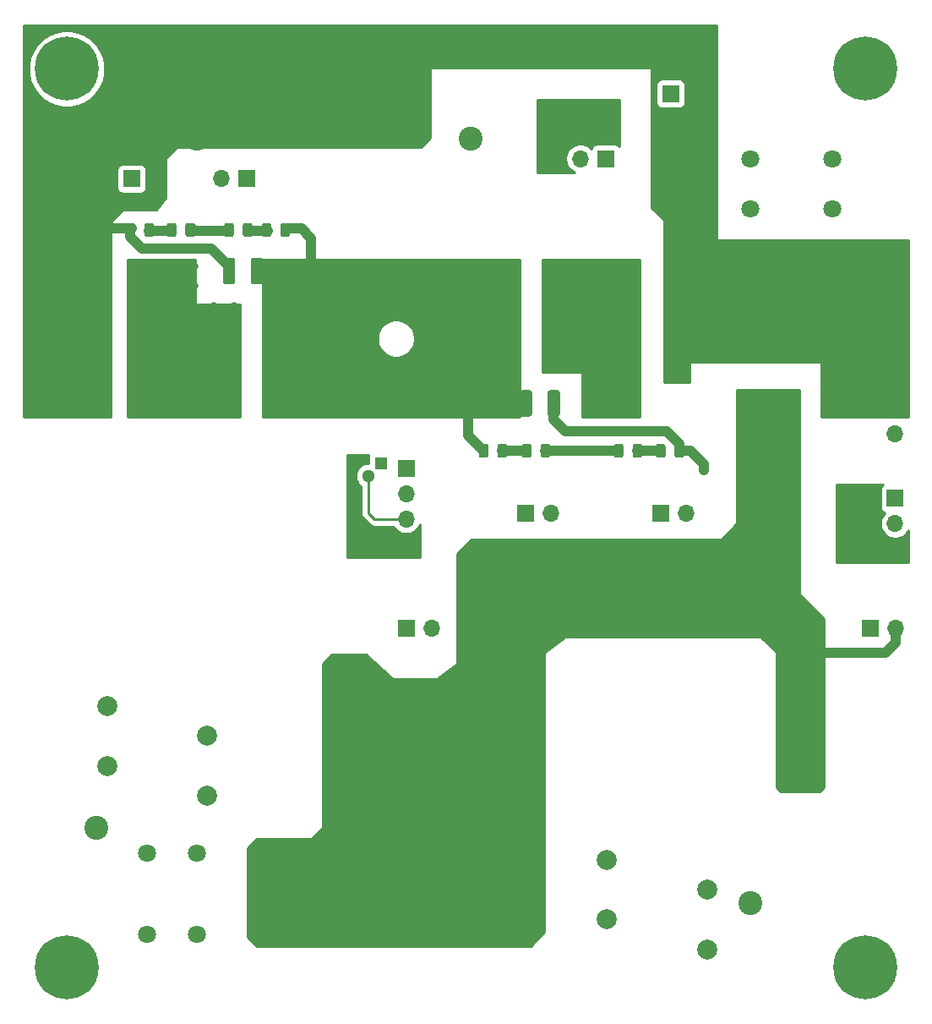
<source format=gbl>
G04 #@! TF.GenerationSoftware,KiCad,Pcbnew,5.1.6-c6e7f7d~86~ubuntu20.04.1*
G04 #@! TF.CreationDate,2020-09-04T11:15:15+02:00*
G04 #@! TF.ProjectId,Power,506f7765-722e-46b6-9963-61645f706362,rev?*
G04 #@! TF.SameCoordinates,Original*
G04 #@! TF.FileFunction,Copper,L2,Bot*
G04 #@! TF.FilePolarity,Positive*
%FSLAX46Y46*%
G04 Gerber Fmt 4.6, Leading zero omitted, Abs format (unit mm)*
G04 Created by KiCad (PCBNEW 5.1.6-c6e7f7d~86~ubuntu20.04.1) date 2020-09-04 11:15:15*
%MOMM*%
%LPD*%
G01*
G04 APERTURE LIST*
G04 #@! TA.AperFunction,ComponentPad*
%ADD10C,2.400000*%
G04 #@! TD*
G04 #@! TA.AperFunction,ComponentPad*
%ADD11O,1.700000X1.700000*%
G04 #@! TD*
G04 #@! TA.AperFunction,ComponentPad*
%ADD12R,1.700000X1.700000*%
G04 #@! TD*
G04 #@! TA.AperFunction,ComponentPad*
%ADD13C,2.000000*%
G04 #@! TD*
G04 #@! TA.AperFunction,ComponentPad*
%ADD14C,0.800000*%
G04 #@! TD*
G04 #@! TA.AperFunction,ComponentPad*
%ADD15C,6.400000*%
G04 #@! TD*
G04 #@! TA.AperFunction,ComponentPad*
%ADD16C,1.803400*%
G04 #@! TD*
G04 #@! TA.AperFunction,ComponentPad*
%ADD17R,1.300000X1.300000*%
G04 #@! TD*
G04 #@! TA.AperFunction,ComponentPad*
%ADD18C,1.300000*%
G04 #@! TD*
G04 #@! TA.AperFunction,ViaPad*
%ADD19C,0.800000*%
G04 #@! TD*
G04 #@! TA.AperFunction,Conductor*
%ADD20C,1.000000*%
G04 #@! TD*
G04 #@! TA.AperFunction,Conductor*
%ADD21C,0.250000*%
G04 #@! TD*
G04 #@! TA.AperFunction,Conductor*
%ADD22C,0.254000*%
G04 #@! TD*
G04 APERTURE END LIST*
D10*
X115500000Y-130500000D03*
X88000000Y-130500000D03*
X50000000Y-123000000D03*
X77500000Y-123000000D03*
X87500000Y-54000000D03*
X60000000Y-54000000D03*
D11*
X54500000Y-47040000D03*
D12*
X54500000Y-44500000D03*
D11*
X83540000Y-103000000D03*
D12*
X81000000Y-103000000D03*
X130000000Y-90000000D03*
D11*
X130040000Y-103000000D03*
D12*
X127500000Y-103000000D03*
D11*
X130000000Y-92540000D03*
X130000000Y-95080000D03*
D12*
X81000000Y-87000000D03*
D11*
X81000000Y-89540000D03*
X81000000Y-92080000D03*
X81000000Y-94620000D03*
X130000000Y-83540000D03*
D12*
X130000000Y-81000000D03*
D11*
X62460000Y-58000000D03*
D12*
X65000000Y-58000000D03*
D11*
X50960000Y-58000000D03*
D12*
X53500000Y-58000000D03*
D11*
X95540000Y-91500000D03*
D12*
X93000000Y-91500000D03*
D11*
X109040000Y-91500000D03*
D12*
X106500000Y-91500000D03*
X107500000Y-49500000D03*
D11*
X107500000Y-52040000D03*
X95920000Y-56000000D03*
D12*
X101000000Y-56000000D03*
D11*
X98460000Y-56000000D03*
G04 #@! TA.AperFunction,SMDPad,CuDef*
G36*
G01*
X63875000Y-66175000D02*
X63875000Y-68325000D01*
G75*
G02*
X63625000Y-68575000I-250000J0D01*
G01*
X62875000Y-68575000D01*
G75*
G02*
X62625000Y-68325000I0J250000D01*
G01*
X62625000Y-66175000D01*
G75*
G02*
X62875000Y-65925000I250000J0D01*
G01*
X63625000Y-65925000D01*
G75*
G02*
X63875000Y-66175000I0J-250000D01*
G01*
G37*
G04 #@! TD.AperFunction*
G04 #@! TA.AperFunction,SMDPad,CuDef*
G36*
G01*
X66675000Y-66175000D02*
X66675000Y-68325000D01*
G75*
G02*
X66425000Y-68575000I-250000J0D01*
G01*
X65675000Y-68575000D01*
G75*
G02*
X65425000Y-68325000I0J250000D01*
G01*
X65425000Y-66175000D01*
G75*
G02*
X65675000Y-65925000I250000J0D01*
G01*
X66425000Y-65925000D01*
G75*
G02*
X66675000Y-66175000I0J-250000D01*
G01*
G37*
G04 #@! TD.AperFunction*
G04 #@! TA.AperFunction,SMDPad,CuDef*
G36*
G01*
X95175000Y-81575000D02*
X95175000Y-79425000D01*
G75*
G02*
X95425000Y-79175000I250000J0D01*
G01*
X96175000Y-79175000D01*
G75*
G02*
X96425000Y-79425000I0J-250000D01*
G01*
X96425000Y-81575000D01*
G75*
G02*
X96175000Y-81825000I-250000J0D01*
G01*
X95425000Y-81825000D01*
G75*
G02*
X95175000Y-81575000I0J250000D01*
G01*
G37*
G04 #@! TD.AperFunction*
G04 #@! TA.AperFunction,SMDPad,CuDef*
G36*
G01*
X92375000Y-81575000D02*
X92375000Y-79425000D01*
G75*
G02*
X92625000Y-79175000I250000J0D01*
G01*
X93375000Y-79175000D01*
G75*
G02*
X93625000Y-79425000I0J-250000D01*
G01*
X93625000Y-81575000D01*
G75*
G02*
X93375000Y-81825000I-250000J0D01*
G01*
X92625000Y-81825000D01*
G75*
G02*
X92375000Y-81575000I0J250000D01*
G01*
G37*
G04 #@! TD.AperFunction*
G04 #@! TA.AperFunction,SMDPad,CuDef*
G36*
G01*
X63737500Y-62678750D02*
X63737500Y-63591250D01*
G75*
G02*
X63493750Y-63835000I-243750J0D01*
G01*
X63006250Y-63835000D01*
G75*
G02*
X62762500Y-63591250I0J243750D01*
G01*
X62762500Y-62678750D01*
G75*
G02*
X63006250Y-62435000I243750J0D01*
G01*
X63493750Y-62435000D01*
G75*
G02*
X63737500Y-62678750I0J-243750D01*
G01*
G37*
G04 #@! TD.AperFunction*
G04 #@! TA.AperFunction,SMDPad,CuDef*
G36*
G01*
X65612500Y-62678750D02*
X65612500Y-63591250D01*
G75*
G02*
X65368750Y-63835000I-243750J0D01*
G01*
X64881250Y-63835000D01*
G75*
G02*
X64637500Y-63591250I0J243750D01*
G01*
X64637500Y-62678750D01*
G75*
G02*
X64881250Y-62435000I243750J0D01*
G01*
X65368750Y-62435000D01*
G75*
G02*
X65612500Y-62678750I0J-243750D01*
G01*
G37*
G04 #@! TD.AperFunction*
G04 #@! TA.AperFunction,SMDPad,CuDef*
G36*
G01*
X94470000Y-85706250D02*
X94470000Y-84793750D01*
G75*
G02*
X94713750Y-84550000I243750J0D01*
G01*
X95201250Y-84550000D01*
G75*
G02*
X95445000Y-84793750I0J-243750D01*
G01*
X95445000Y-85706250D01*
G75*
G02*
X95201250Y-85950000I-243750J0D01*
G01*
X94713750Y-85950000D01*
G75*
G02*
X94470000Y-85706250I0J243750D01*
G01*
G37*
G04 #@! TD.AperFunction*
G04 #@! TA.AperFunction,SMDPad,CuDef*
G36*
G01*
X92595000Y-85706250D02*
X92595000Y-84793750D01*
G75*
G02*
X92838750Y-84550000I243750J0D01*
G01*
X93326250Y-84550000D01*
G75*
G02*
X93570000Y-84793750I0J-243750D01*
G01*
X93570000Y-85706250D01*
G75*
G02*
X93326250Y-85950000I-243750J0D01*
G01*
X92838750Y-85950000D01*
G75*
G02*
X92595000Y-85706250I0J243750D01*
G01*
G37*
G04 #@! TD.AperFunction*
G04 #@! TA.AperFunction,SMDPad,CuDef*
G36*
G01*
X53875000Y-62678750D02*
X53875000Y-63591250D01*
G75*
G02*
X53631250Y-63835000I-243750J0D01*
G01*
X53143750Y-63835000D01*
G75*
G02*
X52900000Y-63591250I0J243750D01*
G01*
X52900000Y-62678750D01*
G75*
G02*
X53143750Y-62435000I243750J0D01*
G01*
X53631250Y-62435000D01*
G75*
G02*
X53875000Y-62678750I0J-243750D01*
G01*
G37*
G04 #@! TD.AperFunction*
G04 #@! TA.AperFunction,SMDPad,CuDef*
G36*
G01*
X55750000Y-62678750D02*
X55750000Y-63591250D01*
G75*
G02*
X55506250Y-63835000I-243750J0D01*
G01*
X55018750Y-63835000D01*
G75*
G02*
X54775000Y-63591250I0J243750D01*
G01*
X54775000Y-62678750D01*
G75*
G02*
X55018750Y-62435000I243750J0D01*
G01*
X55506250Y-62435000D01*
G75*
G02*
X55750000Y-62678750I0J-243750D01*
G01*
G37*
G04 #@! TD.AperFunction*
G04 #@! TA.AperFunction,SMDPad,CuDef*
G36*
G01*
X107887500Y-85706250D02*
X107887500Y-84793750D01*
G75*
G02*
X108131250Y-84550000I243750J0D01*
G01*
X108618750Y-84550000D01*
G75*
G02*
X108862500Y-84793750I0J-243750D01*
G01*
X108862500Y-85706250D01*
G75*
G02*
X108618750Y-85950000I-243750J0D01*
G01*
X108131250Y-85950000D01*
G75*
G02*
X107887500Y-85706250I0J243750D01*
G01*
G37*
G04 #@! TD.AperFunction*
G04 #@! TA.AperFunction,SMDPad,CuDef*
G36*
G01*
X106012500Y-85706250D02*
X106012500Y-84793750D01*
G75*
G02*
X106256250Y-84550000I243750J0D01*
G01*
X106743750Y-84550000D01*
G75*
G02*
X106987500Y-84793750I0J-243750D01*
G01*
X106987500Y-85706250D01*
G75*
G02*
X106743750Y-85950000I-243750J0D01*
G01*
X106256250Y-85950000D01*
G75*
G02*
X106012500Y-85706250I0J243750D01*
G01*
G37*
G04 #@! TD.AperFunction*
G04 #@! TA.AperFunction,SMDPad,CuDef*
G36*
G01*
X67512500Y-62678750D02*
X67512500Y-63591250D01*
G75*
G02*
X67268750Y-63835000I-243750J0D01*
G01*
X66781250Y-63835000D01*
G75*
G02*
X66537500Y-63591250I0J243750D01*
G01*
X66537500Y-62678750D01*
G75*
G02*
X66781250Y-62435000I243750J0D01*
G01*
X67268750Y-62435000D01*
G75*
G02*
X67512500Y-62678750I0J-243750D01*
G01*
G37*
G04 #@! TD.AperFunction*
G04 #@! TA.AperFunction,SMDPad,CuDef*
G36*
G01*
X69387500Y-62678750D02*
X69387500Y-63591250D01*
G75*
G02*
X69143750Y-63835000I-243750J0D01*
G01*
X68656250Y-63835000D01*
G75*
G02*
X68412500Y-63591250I0J243750D01*
G01*
X68412500Y-62678750D01*
G75*
G02*
X68656250Y-62435000I243750J0D01*
G01*
X69143750Y-62435000D01*
G75*
G02*
X69387500Y-62678750I0J-243750D01*
G01*
G37*
G04 #@! TD.AperFunction*
G04 #@! TA.AperFunction,SMDPad,CuDef*
G36*
G01*
X90150000Y-85706250D02*
X90150000Y-84793750D01*
G75*
G02*
X90393750Y-84550000I243750J0D01*
G01*
X90881250Y-84550000D01*
G75*
G02*
X91125000Y-84793750I0J-243750D01*
G01*
X91125000Y-85706250D01*
G75*
G02*
X90881250Y-85950000I-243750J0D01*
G01*
X90393750Y-85950000D01*
G75*
G02*
X90150000Y-85706250I0J243750D01*
G01*
G37*
G04 #@! TD.AperFunction*
G04 #@! TA.AperFunction,SMDPad,CuDef*
G36*
G01*
X88275000Y-85706250D02*
X88275000Y-84793750D01*
G75*
G02*
X88518750Y-84550000I243750J0D01*
G01*
X89006250Y-84550000D01*
G75*
G02*
X89250000Y-84793750I0J-243750D01*
G01*
X89250000Y-85706250D01*
G75*
G02*
X89006250Y-85950000I-243750J0D01*
G01*
X88518750Y-85950000D01*
G75*
G02*
X88275000Y-85706250I0J243750D01*
G01*
G37*
G04 #@! TD.AperFunction*
G04 #@! TA.AperFunction,SMDPad,CuDef*
G36*
G01*
X57987500Y-62678750D02*
X57987500Y-63591250D01*
G75*
G02*
X57743750Y-63835000I-243750J0D01*
G01*
X57256250Y-63835000D01*
G75*
G02*
X57012500Y-63591250I0J243750D01*
G01*
X57012500Y-62678750D01*
G75*
G02*
X57256250Y-62435000I243750J0D01*
G01*
X57743750Y-62435000D01*
G75*
G02*
X57987500Y-62678750I0J-243750D01*
G01*
G37*
G04 #@! TD.AperFunction*
G04 #@! TA.AperFunction,SMDPad,CuDef*
G36*
G01*
X59862500Y-62678750D02*
X59862500Y-63591250D01*
G75*
G02*
X59618750Y-63835000I-243750J0D01*
G01*
X59131250Y-63835000D01*
G75*
G02*
X58887500Y-63591250I0J243750D01*
G01*
X58887500Y-62678750D01*
G75*
G02*
X59131250Y-62435000I243750J0D01*
G01*
X59618750Y-62435000D01*
G75*
G02*
X59862500Y-62678750I0J-243750D01*
G01*
G37*
G04 #@! TD.AperFunction*
G04 #@! TA.AperFunction,SMDPad,CuDef*
G36*
G01*
X103685000Y-85706250D02*
X103685000Y-84793750D01*
G75*
G02*
X103928750Y-84550000I243750J0D01*
G01*
X104416250Y-84550000D01*
G75*
G02*
X104660000Y-84793750I0J-243750D01*
G01*
X104660000Y-85706250D01*
G75*
G02*
X104416250Y-85950000I-243750J0D01*
G01*
X103928750Y-85950000D01*
G75*
G02*
X103685000Y-85706250I0J243750D01*
G01*
G37*
G04 #@! TD.AperFunction*
G04 #@! TA.AperFunction,SMDPad,CuDef*
G36*
G01*
X101810000Y-85706250D02*
X101810000Y-84793750D01*
G75*
G02*
X102053750Y-84550000I243750J0D01*
G01*
X102541250Y-84550000D01*
G75*
G02*
X102785000Y-84793750I0J-243750D01*
G01*
X102785000Y-85706250D01*
G75*
G02*
X102541250Y-85950000I-243750J0D01*
G01*
X102053750Y-85950000D01*
G75*
G02*
X101810000Y-85706250I0J243750D01*
G01*
G37*
G04 #@! TD.AperFunction*
D13*
X51060000Y-116810000D03*
X61060000Y-119810000D03*
X51060000Y-110810000D03*
X61060000Y-113810000D03*
X101135000Y-132175000D03*
X111135000Y-135175000D03*
X101135000Y-126175000D03*
X111135000Y-129175000D03*
D14*
X48697056Y-45302944D03*
X47000000Y-44600000D03*
X45302944Y-45302944D03*
X44600000Y-47000000D03*
X45302944Y-48697056D03*
X47000000Y-49400000D03*
X48697056Y-48697056D03*
X49400000Y-47000000D03*
D15*
X47000000Y-47000000D03*
D14*
X128697056Y-45302944D03*
X127000000Y-44600000D03*
X125302944Y-45302944D03*
X124600000Y-47000000D03*
X125302944Y-48697056D03*
X127000000Y-49400000D03*
X128697056Y-48697056D03*
X129400000Y-47000000D03*
D15*
X127000000Y-47000000D03*
D14*
X48697056Y-135302944D03*
X47000000Y-134600000D03*
X45302944Y-135302944D03*
X44600000Y-137000000D03*
X45302944Y-138697056D03*
X47000000Y-139400000D03*
X48697056Y-138697056D03*
X49400000Y-137000000D03*
D15*
X47000000Y-137000000D03*
D14*
X128697056Y-135302944D03*
X127000000Y-134600000D03*
X125302944Y-135302944D03*
X124600000Y-137000000D03*
X125302944Y-138697056D03*
X127000000Y-139400000D03*
X128697056Y-138697056D03*
X129400000Y-137000000D03*
D15*
X127000000Y-137000000D03*
D16*
X60000000Y-133699999D03*
X55000000Y-133699999D03*
X60000000Y-125500000D03*
X55000000Y-125500000D03*
X72500000Y-133699999D03*
X67500000Y-133699999D03*
X72500000Y-125500000D03*
X67500000Y-125500000D03*
X123699999Y-56000000D03*
X123699999Y-61000000D03*
X115500000Y-56000000D03*
X115500000Y-61000000D03*
X123699999Y-68500000D03*
X123699999Y-73500000D03*
X115500000Y-68500000D03*
X115500000Y-73500000D03*
D17*
X78500000Y-86500000D03*
D18*
X75960000Y-86500000D03*
X77230000Y-87770000D03*
D19*
X118500000Y-119000000D03*
X115000000Y-80000000D03*
X117000000Y-80000000D03*
X119000000Y-80000000D03*
X115000000Y-82000000D03*
X117000000Y-82000000D03*
X119000000Y-82000000D03*
X115000000Y-84000000D03*
X117000000Y-84000000D03*
X119000000Y-84000000D03*
X77500000Y-109750000D03*
X79500000Y-109750000D03*
X81500000Y-109750000D03*
X83500000Y-109750000D03*
X77500000Y-111750000D03*
X79500000Y-111750000D03*
X81500000Y-111750000D03*
X83500000Y-111750000D03*
X77500000Y-113750000D03*
X79500000Y-113750000D03*
X81500000Y-113750000D03*
X83500000Y-113750000D03*
X77500000Y-115750000D03*
X79500000Y-115750000D03*
X81500000Y-115750000D03*
X83500000Y-115750000D03*
X77500000Y-117750000D03*
X79500000Y-117750000D03*
X81500000Y-117750000D03*
X83500000Y-117750000D03*
X77500000Y-119750000D03*
X79500000Y-119750000D03*
X81500000Y-119750000D03*
X83500000Y-119750000D03*
X118500000Y-109000000D03*
X118500000Y-111000000D03*
X118500000Y-113000000D03*
X118500000Y-115000000D03*
X118500000Y-117000000D03*
X115000000Y-86000000D03*
X117000000Y-86000000D03*
X119000000Y-86000000D03*
X120500000Y-109000000D03*
X120500000Y-111000000D03*
X120500000Y-113000000D03*
X120500000Y-115000000D03*
X120500000Y-117000000D03*
X118500000Y-107000000D03*
X120500000Y-107000000D03*
X120500000Y-119000000D03*
X109500000Y-72750000D03*
X109500000Y-74750000D03*
X107500000Y-66750000D03*
X43750000Y-80750000D03*
X110825000Y-86425000D03*
X110825000Y-87175000D03*
X45750000Y-80750000D03*
X43750000Y-78750000D03*
X45750000Y-78750000D03*
X43750000Y-76750000D03*
X45750000Y-76750000D03*
X43750000Y-74750000D03*
X45750000Y-74750000D03*
X43750000Y-72750000D03*
X45750000Y-72750000D03*
X43750000Y-70750000D03*
X45750000Y-70750000D03*
X43750000Y-68750000D03*
X45750000Y-68750000D03*
X43750000Y-66750000D03*
X45750000Y-66750000D03*
X43750000Y-64750000D03*
X45750000Y-64750000D03*
X43750000Y-62750000D03*
X45750000Y-62750000D03*
X43750000Y-60750000D03*
X45750000Y-60750000D03*
X43750000Y-58750000D03*
X45750000Y-58750000D03*
X43750000Y-56750000D03*
X45750000Y-56750000D03*
X43750000Y-54750000D03*
X45750000Y-54750000D03*
X43750000Y-52750000D03*
X45750000Y-52750000D03*
X43750000Y-50750000D03*
X109500000Y-66750000D03*
X107500000Y-68750000D03*
X109500000Y-68750000D03*
X107500000Y-70750000D03*
X109500000Y-70750000D03*
X107500000Y-72750000D03*
X107500000Y-74750000D03*
X65000000Y-43500000D03*
X67000000Y-43500000D03*
X69000000Y-43500000D03*
X71000000Y-43500000D03*
X73000000Y-43500000D03*
X75000000Y-43500000D03*
X77000000Y-43500000D03*
X79000000Y-43500000D03*
X81000000Y-43500000D03*
X83000000Y-43500000D03*
X85000000Y-43500000D03*
X67500000Y-66750000D03*
X69500000Y-66750000D03*
X71500000Y-66750000D03*
X73500000Y-66750000D03*
X75500000Y-66750000D03*
X77500000Y-66750000D03*
X79500000Y-66750000D03*
X81500000Y-66750000D03*
X83500000Y-66750000D03*
X85500000Y-66750000D03*
X87500000Y-66750000D03*
X89500000Y-66750000D03*
X91500000Y-66750000D03*
X67500000Y-68750000D03*
X69500000Y-68750000D03*
X71500000Y-68750000D03*
X73500000Y-68750000D03*
X75500000Y-68750000D03*
X77500000Y-68750000D03*
X79500000Y-68750000D03*
X81500000Y-68750000D03*
X83500000Y-68750000D03*
X85500000Y-68750000D03*
X87500000Y-68750000D03*
X89500000Y-68750000D03*
X91500000Y-68750000D03*
X67500000Y-70750000D03*
X69500000Y-70750000D03*
X71500000Y-70750000D03*
X73500000Y-70750000D03*
X75500000Y-70750000D03*
X77500000Y-70750000D03*
X79500000Y-70750000D03*
X81500000Y-70750000D03*
X83500000Y-70750000D03*
X85500000Y-70750000D03*
X87500000Y-70750000D03*
X89500000Y-70750000D03*
X91500000Y-70750000D03*
X67500000Y-72750000D03*
X69500000Y-72750000D03*
X71500000Y-72750000D03*
X73500000Y-72750000D03*
X75500000Y-72750000D03*
X83500000Y-72750000D03*
X85500000Y-72750000D03*
X87500000Y-72750000D03*
X89500000Y-72750000D03*
X91500000Y-72750000D03*
X67500000Y-74750000D03*
X69500000Y-74750000D03*
X71500000Y-74750000D03*
X73500000Y-74750000D03*
X75500000Y-74750000D03*
X83500000Y-74750000D03*
X85500000Y-74750000D03*
X87500000Y-74750000D03*
X89500000Y-74750000D03*
X91500000Y-74750000D03*
X67500000Y-76750000D03*
X69500000Y-76750000D03*
X71500000Y-76750000D03*
X73500000Y-76750000D03*
X75500000Y-76750000D03*
X77500000Y-76750000D03*
X79500000Y-76750000D03*
X81500000Y-76750000D03*
X83500000Y-76750000D03*
X85500000Y-76750000D03*
X87500000Y-76750000D03*
X89500000Y-76750000D03*
X91500000Y-76750000D03*
X67500000Y-78750000D03*
X69500000Y-78750000D03*
X71500000Y-78750000D03*
X73500000Y-78750000D03*
X75500000Y-78750000D03*
X77500000Y-78750000D03*
X79500000Y-78750000D03*
X81500000Y-78750000D03*
X83500000Y-78750000D03*
X85500000Y-78750000D03*
X87500000Y-78750000D03*
X89500000Y-78750000D03*
X91500000Y-78750000D03*
X67500000Y-80750000D03*
X69500000Y-80750000D03*
X71500000Y-80750000D03*
X73500000Y-80750000D03*
X75500000Y-80750000D03*
X77500000Y-80750000D03*
X79500000Y-80750000D03*
X81500000Y-80750000D03*
X83500000Y-80750000D03*
X85500000Y-80750000D03*
X87500000Y-80750000D03*
X89500000Y-80750000D03*
X91500000Y-80750000D03*
X53750000Y-66750000D03*
X55750000Y-66750000D03*
X57750000Y-66750000D03*
X59750000Y-66750000D03*
X53750000Y-68750000D03*
X55750000Y-68750000D03*
X57750000Y-68750000D03*
X59750000Y-68750000D03*
X53750000Y-70750000D03*
X55750000Y-70750000D03*
X57750000Y-70750000D03*
X59750000Y-70750000D03*
X61750000Y-70750000D03*
X63750000Y-70750000D03*
X53750000Y-72750000D03*
X55750000Y-72750000D03*
X57750000Y-72750000D03*
X59750000Y-72750000D03*
X61750000Y-72750000D03*
X63750000Y-72750000D03*
X53750000Y-74750000D03*
X55750000Y-74750000D03*
X57750000Y-74750000D03*
X59750000Y-74750000D03*
X61750000Y-74750000D03*
X63750000Y-74750000D03*
X53750000Y-76750000D03*
X55750000Y-76750000D03*
X57750000Y-76750000D03*
X59750000Y-76750000D03*
X61750000Y-76750000D03*
X63750000Y-76750000D03*
X53750000Y-78750000D03*
X55750000Y-78750000D03*
X57750000Y-78750000D03*
X59750000Y-78750000D03*
X61750000Y-78750000D03*
X63750000Y-78750000D03*
X53750000Y-80750000D03*
X55750000Y-80750000D03*
X57750000Y-80750000D03*
X59750000Y-80750000D03*
X61750000Y-80750000D03*
X63750000Y-80750000D03*
X61000000Y-63250000D03*
X95250000Y-66750000D03*
X96750000Y-85250000D03*
X97750000Y-85250000D03*
X98750000Y-85250000D03*
X97250000Y-66750000D03*
X99250000Y-66750000D03*
X101250000Y-66750000D03*
X103250000Y-66750000D03*
X95250000Y-68750000D03*
X97250000Y-68750000D03*
X99250000Y-68750000D03*
X101250000Y-68750000D03*
X103250000Y-68750000D03*
X95250000Y-70750000D03*
X97250000Y-70750000D03*
X99250000Y-70750000D03*
X101250000Y-70750000D03*
X103250000Y-70750000D03*
X95250000Y-72750000D03*
X97250000Y-72750000D03*
X99250000Y-72750000D03*
X101250000Y-72750000D03*
X103250000Y-72750000D03*
X95250000Y-74750000D03*
X97250000Y-74750000D03*
X99250000Y-74750000D03*
X101250000Y-74750000D03*
X103250000Y-74750000D03*
X95250000Y-76750000D03*
X97250000Y-76750000D03*
X99250000Y-76750000D03*
X101250000Y-76750000D03*
X103250000Y-76750000D03*
X99250000Y-78750000D03*
X101250000Y-78750000D03*
X103250000Y-78750000D03*
X99250000Y-80750000D03*
X101250000Y-80750000D03*
X103250000Y-80750000D03*
X101500000Y-54000000D03*
X127987340Y-89487340D03*
D20*
X130040000Y-103000000D02*
X130040000Y-104460000D01*
X130040000Y-104460000D02*
X129000000Y-105500000D01*
X129000000Y-105500000D02*
X120000000Y-105500000D01*
X110825000Y-86575000D02*
X110825000Y-87175000D01*
X109500000Y-85250000D02*
X110825000Y-86575000D01*
X108375000Y-85250000D02*
X109500000Y-85250000D01*
X53502500Y-63000000D02*
X51250000Y-63000000D01*
X108375000Y-84550000D02*
X108375000Y-85250000D01*
X107075000Y-83250000D02*
X108375000Y-84550000D01*
X96950000Y-83250000D02*
X107075000Y-83250000D01*
X95800000Y-82100000D02*
X96950000Y-83250000D01*
X95800000Y-80500000D02*
X95800000Y-82100000D01*
X53387500Y-63835000D02*
X53387500Y-63135000D01*
X61500000Y-65000000D02*
X54552500Y-65000000D01*
X63250000Y-66750000D02*
X61500000Y-65000000D01*
X54552500Y-65000000D02*
X53387500Y-63835000D01*
X63250000Y-67250000D02*
X63250000Y-66750000D01*
X88762500Y-85250000D02*
X87250000Y-83737500D01*
X87250000Y-81000000D02*
X87500000Y-80750000D01*
X87250000Y-83737500D02*
X87250000Y-81000000D01*
X91750000Y-80500000D02*
X91500000Y-80750000D01*
X93000000Y-80500000D02*
X91750000Y-80500000D01*
X66800000Y-66750000D02*
X66050000Y-67500000D01*
X67500000Y-66750000D02*
X66800000Y-66750000D01*
X71500000Y-64000000D02*
X71500000Y-66750000D01*
X70500000Y-63000000D02*
X71500000Y-64000000D01*
X68900000Y-63000000D02*
X70500000Y-63000000D01*
X67150000Y-63250000D02*
X65250000Y-63250000D01*
X90637500Y-85250000D02*
X93082500Y-85250000D01*
X57487500Y-63250000D02*
X55250000Y-63250000D01*
X106500000Y-85250000D02*
X104172500Y-85250000D01*
X59750000Y-63250000D02*
X59500000Y-63000000D01*
X63250000Y-63250000D02*
X59750000Y-63250000D01*
X102297500Y-85250000D02*
X98250000Y-85250000D01*
X96750000Y-85250000D02*
X94957500Y-85250000D01*
X97500000Y-85250000D02*
X96750000Y-85250000D01*
X98250000Y-85250000D02*
X97500000Y-85250000D01*
D21*
X77230000Y-87770000D02*
X77230000Y-91480000D01*
X77830000Y-92080000D02*
X81000000Y-92080000D01*
X77230000Y-91480000D02*
X77830000Y-92080000D01*
D22*
G36*
X102373000Y-54786322D02*
G01*
X102301185Y-54698815D01*
X102204494Y-54619463D01*
X102094180Y-54560498D01*
X101974482Y-54524188D01*
X101850000Y-54511928D01*
X100150000Y-54511928D01*
X100025518Y-54524188D01*
X99905820Y-54560498D01*
X99795506Y-54619463D01*
X99698815Y-54698815D01*
X99619463Y-54795506D01*
X99560498Y-54905820D01*
X99538487Y-54978380D01*
X99406632Y-54846525D01*
X99163411Y-54684010D01*
X98893158Y-54572068D01*
X98606260Y-54515000D01*
X98313740Y-54515000D01*
X98026842Y-54572068D01*
X97756589Y-54684010D01*
X97513368Y-54846525D01*
X97306525Y-55053368D01*
X97144010Y-55296589D01*
X97032068Y-55566842D01*
X96975000Y-55853740D01*
X96975000Y-56146260D01*
X97032068Y-56433158D01*
X97144010Y-56703411D01*
X97306525Y-56946632D01*
X97513368Y-57153475D01*
X97756589Y-57315990D01*
X97894224Y-57373000D01*
X94127000Y-57373000D01*
X94127000Y-50127000D01*
X102373000Y-50127000D01*
X102373000Y-54786322D01*
G37*
X102373000Y-54786322D02*
X102301185Y-54698815D01*
X102204494Y-54619463D01*
X102094180Y-54560498D01*
X101974482Y-54524188D01*
X101850000Y-54511928D01*
X100150000Y-54511928D01*
X100025518Y-54524188D01*
X99905820Y-54560498D01*
X99795506Y-54619463D01*
X99698815Y-54698815D01*
X99619463Y-54795506D01*
X99560498Y-54905820D01*
X99538487Y-54978380D01*
X99406632Y-54846525D01*
X99163411Y-54684010D01*
X98893158Y-54572068D01*
X98606260Y-54515000D01*
X98313740Y-54515000D01*
X98026842Y-54572068D01*
X97756589Y-54684010D01*
X97513368Y-54846525D01*
X97306525Y-55053368D01*
X97144010Y-55296589D01*
X97032068Y-55566842D01*
X96975000Y-55853740D01*
X96975000Y-56146260D01*
X97032068Y-56433158D01*
X97144010Y-56703411D01*
X97306525Y-56946632D01*
X97513368Y-57153475D01*
X97756589Y-57315990D01*
X97894224Y-57373000D01*
X94127000Y-57373000D01*
X94127000Y-50127000D01*
X102373000Y-50127000D01*
X102373000Y-54786322D01*
G36*
X77224188Y-85725518D02*
G01*
X77211928Y-85850000D01*
X77211928Y-86485000D01*
X77103439Y-86485000D01*
X76855179Y-86534381D01*
X76621324Y-86631247D01*
X76410860Y-86771875D01*
X76231875Y-86950860D01*
X76091247Y-87161324D01*
X75994381Y-87395179D01*
X75945000Y-87643439D01*
X75945000Y-87896561D01*
X75994381Y-88144821D01*
X76091247Y-88378676D01*
X76231875Y-88589140D01*
X76410860Y-88768125D01*
X76470000Y-88807641D01*
X76470001Y-91442668D01*
X76466324Y-91480000D01*
X76470001Y-91517333D01*
X76480998Y-91628986D01*
X76489109Y-91655724D01*
X76524454Y-91772246D01*
X76595026Y-91904276D01*
X76616969Y-91931013D01*
X76690000Y-92020001D01*
X76718998Y-92043799D01*
X77266200Y-92591002D01*
X77289999Y-92620001D01*
X77318997Y-92643799D01*
X77405723Y-92714974D01*
X77533759Y-92783411D01*
X77537753Y-92785546D01*
X77681014Y-92829003D01*
X77792667Y-92840000D01*
X77792676Y-92840000D01*
X77829999Y-92843676D01*
X77867322Y-92840000D01*
X79721822Y-92840000D01*
X79846525Y-93026632D01*
X80053368Y-93233475D01*
X80296589Y-93395990D01*
X80566842Y-93507932D01*
X80853740Y-93565000D01*
X81146260Y-93565000D01*
X81433158Y-93507932D01*
X81703411Y-93395990D01*
X81946632Y-93233475D01*
X82153475Y-93026632D01*
X82315990Y-92783411D01*
X82373000Y-92645776D01*
X82373000Y-95873000D01*
X75127000Y-95873000D01*
X75127000Y-85627000D01*
X77254073Y-85627000D01*
X77224188Y-85725518D01*
G37*
X77224188Y-85725518D02*
X77211928Y-85850000D01*
X77211928Y-86485000D01*
X77103439Y-86485000D01*
X76855179Y-86534381D01*
X76621324Y-86631247D01*
X76410860Y-86771875D01*
X76231875Y-86950860D01*
X76091247Y-87161324D01*
X75994381Y-87395179D01*
X75945000Y-87643439D01*
X75945000Y-87896561D01*
X75994381Y-88144821D01*
X76091247Y-88378676D01*
X76231875Y-88589140D01*
X76410860Y-88768125D01*
X76470000Y-88807641D01*
X76470001Y-91442668D01*
X76466324Y-91480000D01*
X76470001Y-91517333D01*
X76480998Y-91628986D01*
X76489109Y-91655724D01*
X76524454Y-91772246D01*
X76595026Y-91904276D01*
X76616969Y-91931013D01*
X76690000Y-92020001D01*
X76718998Y-92043799D01*
X77266200Y-92591002D01*
X77289999Y-92620001D01*
X77318997Y-92643799D01*
X77405723Y-92714974D01*
X77533759Y-92783411D01*
X77537753Y-92785546D01*
X77681014Y-92829003D01*
X77792667Y-92840000D01*
X77792676Y-92840000D01*
X77829999Y-92843676D01*
X77867322Y-92840000D01*
X79721822Y-92840000D01*
X79846525Y-93026632D01*
X80053368Y-93233475D01*
X80296589Y-93395990D01*
X80566842Y-93507932D01*
X80853740Y-93565000D01*
X81146260Y-93565000D01*
X81433158Y-93507932D01*
X81703411Y-93395990D01*
X81946632Y-93233475D01*
X82153475Y-93026632D01*
X82315990Y-92783411D01*
X82373000Y-92645776D01*
X82373000Y-95873000D01*
X75127000Y-95873000D01*
X75127000Y-85627000D01*
X77254073Y-85627000D01*
X77224188Y-85725518D01*
G36*
X128698815Y-88698815D02*
G01*
X128619463Y-88795506D01*
X128560498Y-88905820D01*
X128524188Y-89025518D01*
X128511928Y-89150000D01*
X128511928Y-90850000D01*
X128524188Y-90974482D01*
X128560498Y-91094180D01*
X128619463Y-91204494D01*
X128698815Y-91301185D01*
X128795506Y-91380537D01*
X128905820Y-91439502D01*
X128978380Y-91461513D01*
X128846525Y-91593368D01*
X128684010Y-91836589D01*
X128572068Y-92106842D01*
X128515000Y-92393740D01*
X128515000Y-92686260D01*
X128572068Y-92973158D01*
X128684010Y-93243411D01*
X128846525Y-93486632D01*
X129053368Y-93693475D01*
X129296589Y-93855990D01*
X129566842Y-93967932D01*
X129853740Y-94025000D01*
X130146260Y-94025000D01*
X130433158Y-93967932D01*
X130703411Y-93855990D01*
X130946632Y-93693475D01*
X131153475Y-93486632D01*
X131315990Y-93243411D01*
X131340000Y-93185444D01*
X131340000Y-96373000D01*
X124127000Y-96373000D01*
X124127000Y-88627000D01*
X128786322Y-88627000D01*
X128698815Y-88698815D01*
G37*
X128698815Y-88698815D02*
X128619463Y-88795506D01*
X128560498Y-88905820D01*
X128524188Y-89025518D01*
X128511928Y-89150000D01*
X128511928Y-90850000D01*
X128524188Y-90974482D01*
X128560498Y-91094180D01*
X128619463Y-91204494D01*
X128698815Y-91301185D01*
X128795506Y-91380537D01*
X128905820Y-91439502D01*
X128978380Y-91461513D01*
X128846525Y-91593368D01*
X128684010Y-91836589D01*
X128572068Y-92106842D01*
X128515000Y-92393740D01*
X128515000Y-92686260D01*
X128572068Y-92973158D01*
X128684010Y-93243411D01*
X128846525Y-93486632D01*
X129053368Y-93693475D01*
X129296589Y-93855990D01*
X129566842Y-93967932D01*
X129853740Y-94025000D01*
X130146260Y-94025000D01*
X130433158Y-93967932D01*
X130703411Y-93855990D01*
X130946632Y-93693475D01*
X131153475Y-93486632D01*
X131315990Y-93243411D01*
X131340000Y-93185444D01*
X131340000Y-96373000D01*
X124127000Y-96373000D01*
X124127000Y-88627000D01*
X128786322Y-88627000D01*
X128698815Y-88698815D01*
G36*
X92373000Y-81873000D02*
G01*
X66627000Y-81873000D01*
X66627000Y-73814344D01*
X78115000Y-73814344D01*
X78115000Y-74185656D01*
X78187439Y-74549834D01*
X78329534Y-74892882D01*
X78535825Y-75201618D01*
X78798382Y-75464175D01*
X79107118Y-75670466D01*
X79450166Y-75812561D01*
X79814344Y-75885000D01*
X80185656Y-75885000D01*
X80549834Y-75812561D01*
X80892882Y-75670466D01*
X81201618Y-75464175D01*
X81464175Y-75201618D01*
X81670466Y-74892882D01*
X81812561Y-74549834D01*
X81885000Y-74185656D01*
X81885000Y-73814344D01*
X81812561Y-73450166D01*
X81670466Y-73107118D01*
X81464175Y-72798382D01*
X81201618Y-72535825D01*
X80892882Y-72329534D01*
X80549834Y-72187439D01*
X80185656Y-72115000D01*
X79814344Y-72115000D01*
X79450166Y-72187439D01*
X79107118Y-72329534D01*
X78798382Y-72535825D01*
X78535825Y-72798382D01*
X78329534Y-73107118D01*
X78187439Y-73450166D01*
X78115000Y-73814344D01*
X66627000Y-73814344D01*
X66627000Y-66127000D01*
X92373000Y-66127000D01*
X92373000Y-81873000D01*
G37*
X92373000Y-81873000D02*
X66627000Y-81873000D01*
X66627000Y-73814344D01*
X78115000Y-73814344D01*
X78115000Y-74185656D01*
X78187439Y-74549834D01*
X78329534Y-74892882D01*
X78535825Y-75201618D01*
X78798382Y-75464175D01*
X79107118Y-75670466D01*
X79450166Y-75812561D01*
X79814344Y-75885000D01*
X80185656Y-75885000D01*
X80549834Y-75812561D01*
X80892882Y-75670466D01*
X81201618Y-75464175D01*
X81464175Y-75201618D01*
X81670466Y-74892882D01*
X81812561Y-74549834D01*
X81885000Y-74185656D01*
X81885000Y-73814344D01*
X81812561Y-73450166D01*
X81670466Y-73107118D01*
X81464175Y-72798382D01*
X81201618Y-72535825D01*
X80892882Y-72329534D01*
X80549834Y-72187439D01*
X80185656Y-72115000D01*
X79814344Y-72115000D01*
X79450166Y-72187439D01*
X79107118Y-72329534D01*
X78798382Y-72535825D01*
X78535825Y-72798382D01*
X78329534Y-73107118D01*
X78187439Y-73450166D01*
X78115000Y-73814344D01*
X66627000Y-73814344D01*
X66627000Y-66127000D01*
X92373000Y-66127000D01*
X92373000Y-81873000D01*
G36*
X54552500Y-66140491D02*
G01*
X54608252Y-66135000D01*
X59873000Y-66135000D01*
X59873000Y-70500000D01*
X59875440Y-70524776D01*
X59882667Y-70548601D01*
X59894403Y-70570557D01*
X59910197Y-70589803D01*
X59929443Y-70605597D01*
X59951399Y-70617333D01*
X59975224Y-70624560D01*
X60000000Y-70627000D01*
X64373000Y-70627000D01*
X64373000Y-81873000D01*
X53127000Y-81873000D01*
X53127000Y-66127000D01*
X54415522Y-66127000D01*
X54552500Y-66140491D01*
G37*
X54552500Y-66140491D02*
X54608252Y-66135000D01*
X59873000Y-66135000D01*
X59873000Y-70500000D01*
X59875440Y-70524776D01*
X59882667Y-70548601D01*
X59894403Y-70570557D01*
X59910197Y-70589803D01*
X59929443Y-70605597D01*
X59951399Y-70617333D01*
X59975224Y-70624560D01*
X60000000Y-70627000D01*
X64373000Y-70627000D01*
X64373000Y-81873000D01*
X53127000Y-81873000D01*
X53127000Y-66127000D01*
X54415522Y-66127000D01*
X54552500Y-66140491D01*
G36*
X104373000Y-81873000D02*
G01*
X98627000Y-81873000D01*
X98627000Y-77500000D01*
X98624560Y-77475224D01*
X98617333Y-77451399D01*
X98605597Y-77429443D01*
X98589803Y-77410197D01*
X98570557Y-77394403D01*
X98548601Y-77382667D01*
X98524776Y-77375440D01*
X98500000Y-77373000D01*
X94627000Y-77373000D01*
X94627000Y-66127000D01*
X104373000Y-66127000D01*
X104373000Y-81873000D01*
G37*
X104373000Y-81873000D02*
X98627000Y-81873000D01*
X98627000Y-77500000D01*
X98624560Y-77475224D01*
X98617333Y-77451399D01*
X98605597Y-77429443D01*
X98589803Y-77410197D01*
X98570557Y-77394403D01*
X98548601Y-77382667D01*
X98524776Y-77375440D01*
X98500000Y-77373000D01*
X94627000Y-77373000D01*
X94627000Y-66127000D01*
X104373000Y-66127000D01*
X104373000Y-81873000D01*
G36*
X83373000Y-53947394D02*
G01*
X82447378Y-54873016D01*
X57999961Y-54880575D01*
X57975185Y-54883023D01*
X57951363Y-54890257D01*
X57929410Y-54902000D01*
X57910540Y-54917432D01*
X56910540Y-55909857D01*
X56894672Y-55929042D01*
X56882853Y-55950953D01*
X56875535Y-55974750D01*
X56873000Y-56000000D01*
X56873000Y-59955452D01*
X55938961Y-61123000D01*
X52625000Y-61123000D01*
X52600224Y-61125440D01*
X52576399Y-61132667D01*
X52554443Y-61144403D01*
X52530602Y-61165041D01*
X51405602Y-62415041D01*
X51390841Y-62435090D01*
X51380275Y-62457633D01*
X51374310Y-62481804D01*
X51373000Y-62500000D01*
X51373000Y-81873000D01*
X42660000Y-81873000D01*
X42660000Y-57150000D01*
X52011928Y-57150000D01*
X52011928Y-58850000D01*
X52024188Y-58974482D01*
X52060498Y-59094180D01*
X52119463Y-59204494D01*
X52198815Y-59301185D01*
X52295506Y-59380537D01*
X52405820Y-59439502D01*
X52525518Y-59475812D01*
X52650000Y-59488072D01*
X54350000Y-59488072D01*
X54474482Y-59475812D01*
X54594180Y-59439502D01*
X54704494Y-59380537D01*
X54801185Y-59301185D01*
X54880537Y-59204494D01*
X54939502Y-59094180D01*
X54975812Y-58974482D01*
X54988072Y-58850000D01*
X54988072Y-57150000D01*
X54975812Y-57025518D01*
X54939502Y-56905820D01*
X54880537Y-56795506D01*
X54801185Y-56698815D01*
X54704494Y-56619463D01*
X54594180Y-56560498D01*
X54474482Y-56524188D01*
X54350000Y-56511928D01*
X52650000Y-56511928D01*
X52525518Y-56524188D01*
X52405820Y-56560498D01*
X52295506Y-56619463D01*
X52198815Y-56698815D01*
X52119463Y-56795506D01*
X52060498Y-56905820D01*
X52024188Y-57025518D01*
X52011928Y-57150000D01*
X42660000Y-57150000D01*
X42660000Y-46622285D01*
X43165000Y-46622285D01*
X43165000Y-47377715D01*
X43312377Y-48118628D01*
X43601467Y-48816554D01*
X44021161Y-49444670D01*
X44555330Y-49978839D01*
X45183446Y-50398533D01*
X45881372Y-50687623D01*
X46622285Y-50835000D01*
X47377715Y-50835000D01*
X48118628Y-50687623D01*
X48816554Y-50398533D01*
X49444670Y-49978839D01*
X49978839Y-49444670D01*
X50398533Y-48816554D01*
X50687623Y-48118628D01*
X50835000Y-47377715D01*
X50835000Y-46622285D01*
X50687623Y-45881372D01*
X50398533Y-45183446D01*
X49978839Y-44555330D01*
X49444670Y-44021161D01*
X48816554Y-43601467D01*
X48118628Y-43312377D01*
X47377715Y-43165000D01*
X46622285Y-43165000D01*
X45881372Y-43312377D01*
X45183446Y-43601467D01*
X44555330Y-44021161D01*
X44021161Y-44555330D01*
X43601467Y-45183446D01*
X43312377Y-45881372D01*
X43165000Y-46622285D01*
X42660000Y-46622285D01*
X42660000Y-42660000D01*
X83373000Y-42660000D01*
X83373000Y-53947394D01*
G37*
X83373000Y-53947394D02*
X82447378Y-54873016D01*
X57999961Y-54880575D01*
X57975185Y-54883023D01*
X57951363Y-54890257D01*
X57929410Y-54902000D01*
X57910540Y-54917432D01*
X56910540Y-55909857D01*
X56894672Y-55929042D01*
X56882853Y-55950953D01*
X56875535Y-55974750D01*
X56873000Y-56000000D01*
X56873000Y-59955452D01*
X55938961Y-61123000D01*
X52625000Y-61123000D01*
X52600224Y-61125440D01*
X52576399Y-61132667D01*
X52554443Y-61144403D01*
X52530602Y-61165041D01*
X51405602Y-62415041D01*
X51390841Y-62435090D01*
X51380275Y-62457633D01*
X51374310Y-62481804D01*
X51373000Y-62500000D01*
X51373000Y-81873000D01*
X42660000Y-81873000D01*
X42660000Y-57150000D01*
X52011928Y-57150000D01*
X52011928Y-58850000D01*
X52024188Y-58974482D01*
X52060498Y-59094180D01*
X52119463Y-59204494D01*
X52198815Y-59301185D01*
X52295506Y-59380537D01*
X52405820Y-59439502D01*
X52525518Y-59475812D01*
X52650000Y-59488072D01*
X54350000Y-59488072D01*
X54474482Y-59475812D01*
X54594180Y-59439502D01*
X54704494Y-59380537D01*
X54801185Y-59301185D01*
X54880537Y-59204494D01*
X54939502Y-59094180D01*
X54975812Y-58974482D01*
X54988072Y-58850000D01*
X54988072Y-57150000D01*
X54975812Y-57025518D01*
X54939502Y-56905820D01*
X54880537Y-56795506D01*
X54801185Y-56698815D01*
X54704494Y-56619463D01*
X54594180Y-56560498D01*
X54474482Y-56524188D01*
X54350000Y-56511928D01*
X52650000Y-56511928D01*
X52525518Y-56524188D01*
X52405820Y-56560498D01*
X52295506Y-56619463D01*
X52198815Y-56698815D01*
X52119463Y-56795506D01*
X52060498Y-56905820D01*
X52024188Y-57025518D01*
X52011928Y-57150000D01*
X42660000Y-57150000D01*
X42660000Y-46622285D01*
X43165000Y-46622285D01*
X43165000Y-47377715D01*
X43312377Y-48118628D01*
X43601467Y-48816554D01*
X44021161Y-49444670D01*
X44555330Y-49978839D01*
X45183446Y-50398533D01*
X45881372Y-50687623D01*
X46622285Y-50835000D01*
X47377715Y-50835000D01*
X48118628Y-50687623D01*
X48816554Y-50398533D01*
X49444670Y-49978839D01*
X49978839Y-49444670D01*
X50398533Y-48816554D01*
X50687623Y-48118628D01*
X50835000Y-47377715D01*
X50835000Y-46622285D01*
X50687623Y-45881372D01*
X50398533Y-45183446D01*
X49978839Y-44555330D01*
X49444670Y-44021161D01*
X48816554Y-43601467D01*
X48118628Y-43312377D01*
X47377715Y-43165000D01*
X46622285Y-43165000D01*
X45881372Y-43312377D01*
X45183446Y-43601467D01*
X44555330Y-44021161D01*
X44021161Y-44555330D01*
X43601467Y-45183446D01*
X43312377Y-45881372D01*
X43165000Y-46622285D01*
X42660000Y-46622285D01*
X42660000Y-42660000D01*
X83373000Y-42660000D01*
X83373000Y-53947394D01*
G36*
X112123000Y-64000000D02*
G01*
X112125440Y-64024776D01*
X112132667Y-64048601D01*
X112144403Y-64070557D01*
X112160197Y-64089803D01*
X112179443Y-64105597D01*
X112201399Y-64117333D01*
X112225224Y-64124560D01*
X112250000Y-64127000D01*
X131340001Y-64127000D01*
X131340001Y-81873000D01*
X122627000Y-81873000D01*
X122627000Y-76500000D01*
X122624560Y-76475224D01*
X122617333Y-76451399D01*
X122605597Y-76429443D01*
X122589803Y-76410197D01*
X122570557Y-76394403D01*
X122548601Y-76382667D01*
X122524776Y-76375440D01*
X122500000Y-76373000D01*
X109500000Y-76373000D01*
X109475224Y-76375440D01*
X109451399Y-76382667D01*
X109429443Y-76394403D01*
X109410197Y-76410197D01*
X109394403Y-76429443D01*
X109382667Y-76451399D01*
X109375440Y-76475224D01*
X109373000Y-76500000D01*
X109373000Y-78373000D01*
X106877000Y-78373000D01*
X106877000Y-62250000D01*
X106874560Y-62225224D01*
X106867333Y-62201399D01*
X106855597Y-62179443D01*
X106839803Y-62160197D01*
X105627000Y-60947394D01*
X105627000Y-48650000D01*
X106011928Y-48650000D01*
X106011928Y-50350000D01*
X106024188Y-50474482D01*
X106060498Y-50594180D01*
X106119463Y-50704494D01*
X106198815Y-50801185D01*
X106295506Y-50880537D01*
X106405820Y-50939502D01*
X106525518Y-50975812D01*
X106650000Y-50988072D01*
X108350000Y-50988072D01*
X108474482Y-50975812D01*
X108594180Y-50939502D01*
X108704494Y-50880537D01*
X108801185Y-50801185D01*
X108880537Y-50704494D01*
X108939502Y-50594180D01*
X108975812Y-50474482D01*
X108988072Y-50350000D01*
X108988072Y-48650000D01*
X108975812Y-48525518D01*
X108939502Y-48405820D01*
X108880537Y-48295506D01*
X108801185Y-48198815D01*
X108704494Y-48119463D01*
X108594180Y-48060498D01*
X108474482Y-48024188D01*
X108350000Y-48011928D01*
X106650000Y-48011928D01*
X106525518Y-48024188D01*
X106405820Y-48060498D01*
X106295506Y-48119463D01*
X106198815Y-48198815D01*
X106119463Y-48295506D01*
X106060498Y-48405820D01*
X106024188Y-48525518D01*
X106011928Y-48650000D01*
X105627000Y-48650000D01*
X105627000Y-47000000D01*
X105624560Y-46975224D01*
X105617333Y-46951399D01*
X105605597Y-46929443D01*
X105589803Y-46910197D01*
X105570557Y-46894403D01*
X105548601Y-46882667D01*
X105524776Y-46875440D01*
X105500000Y-46873000D01*
X82127000Y-46873000D01*
X82127000Y-42660000D01*
X112123000Y-42660000D01*
X112123000Y-64000000D01*
G37*
X112123000Y-64000000D02*
X112125440Y-64024776D01*
X112132667Y-64048601D01*
X112144403Y-64070557D01*
X112160197Y-64089803D01*
X112179443Y-64105597D01*
X112201399Y-64117333D01*
X112225224Y-64124560D01*
X112250000Y-64127000D01*
X131340001Y-64127000D01*
X131340001Y-81873000D01*
X122627000Y-81873000D01*
X122627000Y-76500000D01*
X122624560Y-76475224D01*
X122617333Y-76451399D01*
X122605597Y-76429443D01*
X122589803Y-76410197D01*
X122570557Y-76394403D01*
X122548601Y-76382667D01*
X122524776Y-76375440D01*
X122500000Y-76373000D01*
X109500000Y-76373000D01*
X109475224Y-76375440D01*
X109451399Y-76382667D01*
X109429443Y-76394403D01*
X109410197Y-76410197D01*
X109394403Y-76429443D01*
X109382667Y-76451399D01*
X109375440Y-76475224D01*
X109373000Y-76500000D01*
X109373000Y-78373000D01*
X106877000Y-78373000D01*
X106877000Y-62250000D01*
X106874560Y-62225224D01*
X106867333Y-62201399D01*
X106855597Y-62179443D01*
X106839803Y-62160197D01*
X105627000Y-60947394D01*
X105627000Y-48650000D01*
X106011928Y-48650000D01*
X106011928Y-50350000D01*
X106024188Y-50474482D01*
X106060498Y-50594180D01*
X106119463Y-50704494D01*
X106198815Y-50801185D01*
X106295506Y-50880537D01*
X106405820Y-50939502D01*
X106525518Y-50975812D01*
X106650000Y-50988072D01*
X108350000Y-50988072D01*
X108474482Y-50975812D01*
X108594180Y-50939502D01*
X108704494Y-50880537D01*
X108801185Y-50801185D01*
X108880537Y-50704494D01*
X108939502Y-50594180D01*
X108975812Y-50474482D01*
X108988072Y-50350000D01*
X108988072Y-48650000D01*
X108975812Y-48525518D01*
X108939502Y-48405820D01*
X108880537Y-48295506D01*
X108801185Y-48198815D01*
X108704494Y-48119463D01*
X108594180Y-48060498D01*
X108474482Y-48024188D01*
X108350000Y-48011928D01*
X106650000Y-48011928D01*
X106525518Y-48024188D01*
X106405820Y-48060498D01*
X106295506Y-48119463D01*
X106198815Y-48198815D01*
X106119463Y-48295506D01*
X106060498Y-48405820D01*
X106024188Y-48525518D01*
X106011928Y-48650000D01*
X105627000Y-48650000D01*
X105627000Y-47000000D01*
X105624560Y-46975224D01*
X105617333Y-46951399D01*
X105605597Y-46929443D01*
X105589803Y-46910197D01*
X105570557Y-46894403D01*
X105548601Y-46882667D01*
X105524776Y-46875440D01*
X105500000Y-46873000D01*
X82127000Y-46873000D01*
X82127000Y-42660000D01*
X112123000Y-42660000D01*
X112123000Y-64000000D01*
G36*
X120373000Y-99500000D02*
G01*
X120375440Y-99524776D01*
X120382667Y-99548601D01*
X120394403Y-99570557D01*
X120410197Y-99589803D01*
X122873000Y-102052606D01*
X122873000Y-118947394D01*
X122447394Y-119373000D01*
X118552606Y-119373000D01*
X118127000Y-118947394D01*
X118127000Y-105500000D01*
X118124560Y-105475224D01*
X118117333Y-105451399D01*
X118105597Y-105429443D01*
X118089803Y-105410197D01*
X116589803Y-103910197D01*
X116570557Y-103894403D01*
X116548601Y-103882667D01*
X116524776Y-103875440D01*
X116500000Y-103873000D01*
X97000000Y-103873000D01*
X96975224Y-103875440D01*
X96951399Y-103882667D01*
X96923800Y-103898400D01*
X94923800Y-105398400D01*
X94905443Y-105415218D01*
X94890720Y-105435294D01*
X94880196Y-105457857D01*
X94874276Y-105482039D01*
X94873000Y-105500000D01*
X94873000Y-133447394D01*
X93447394Y-134873000D01*
X66052606Y-134873000D01*
X65127000Y-133947394D01*
X65127000Y-125052606D01*
X66052606Y-124127000D01*
X71500000Y-124127000D01*
X71524776Y-124124560D01*
X71548601Y-124117333D01*
X71570557Y-124105597D01*
X71589803Y-124089803D01*
X72589803Y-123089803D01*
X72605597Y-123070557D01*
X72617333Y-123048601D01*
X72624560Y-123024776D01*
X72627000Y-123000000D01*
X72627000Y-106552606D01*
X73552606Y-105627000D01*
X76950902Y-105627000D01*
X79664571Y-108093972D01*
X79684545Y-108108833D01*
X79707035Y-108119512D01*
X79731176Y-108125597D01*
X79750000Y-108127000D01*
X84000000Y-108127000D01*
X84024776Y-108124560D01*
X84048601Y-108117333D01*
X84076200Y-108101600D01*
X86076200Y-106601600D01*
X86094557Y-106584782D01*
X86109280Y-106564706D01*
X86119804Y-106542143D01*
X86125724Y-106517961D01*
X86127000Y-106500000D01*
X86127000Y-95552606D01*
X87552606Y-94127000D01*
X112500000Y-94127000D01*
X112524776Y-94124560D01*
X112548601Y-94117333D01*
X112570557Y-94105597D01*
X112589803Y-94089803D01*
X114089803Y-92589803D01*
X114105597Y-92570557D01*
X114117333Y-92548601D01*
X114124560Y-92524776D01*
X114127000Y-92499706D01*
X114096045Y-79127000D01*
X120373000Y-79127000D01*
X120373000Y-99500000D01*
G37*
X120373000Y-99500000D02*
X120375440Y-99524776D01*
X120382667Y-99548601D01*
X120394403Y-99570557D01*
X120410197Y-99589803D01*
X122873000Y-102052606D01*
X122873000Y-118947394D01*
X122447394Y-119373000D01*
X118552606Y-119373000D01*
X118127000Y-118947394D01*
X118127000Y-105500000D01*
X118124560Y-105475224D01*
X118117333Y-105451399D01*
X118105597Y-105429443D01*
X118089803Y-105410197D01*
X116589803Y-103910197D01*
X116570557Y-103894403D01*
X116548601Y-103882667D01*
X116524776Y-103875440D01*
X116500000Y-103873000D01*
X97000000Y-103873000D01*
X96975224Y-103875440D01*
X96951399Y-103882667D01*
X96923800Y-103898400D01*
X94923800Y-105398400D01*
X94905443Y-105415218D01*
X94890720Y-105435294D01*
X94880196Y-105457857D01*
X94874276Y-105482039D01*
X94873000Y-105500000D01*
X94873000Y-133447394D01*
X93447394Y-134873000D01*
X66052606Y-134873000D01*
X65127000Y-133947394D01*
X65127000Y-125052606D01*
X66052606Y-124127000D01*
X71500000Y-124127000D01*
X71524776Y-124124560D01*
X71548601Y-124117333D01*
X71570557Y-124105597D01*
X71589803Y-124089803D01*
X72589803Y-123089803D01*
X72605597Y-123070557D01*
X72617333Y-123048601D01*
X72624560Y-123024776D01*
X72627000Y-123000000D01*
X72627000Y-106552606D01*
X73552606Y-105627000D01*
X76950902Y-105627000D01*
X79664571Y-108093972D01*
X79684545Y-108108833D01*
X79707035Y-108119512D01*
X79731176Y-108125597D01*
X79750000Y-108127000D01*
X84000000Y-108127000D01*
X84024776Y-108124560D01*
X84048601Y-108117333D01*
X84076200Y-108101600D01*
X86076200Y-106601600D01*
X86094557Y-106584782D01*
X86109280Y-106564706D01*
X86119804Y-106542143D01*
X86125724Y-106517961D01*
X86127000Y-106500000D01*
X86127000Y-95552606D01*
X87552606Y-94127000D01*
X112500000Y-94127000D01*
X112524776Y-94124560D01*
X112548601Y-94117333D01*
X112570557Y-94105597D01*
X112589803Y-94089803D01*
X114089803Y-92589803D01*
X114105597Y-92570557D01*
X114117333Y-92548601D01*
X114124560Y-92524776D01*
X114127000Y-92499706D01*
X114096045Y-79127000D01*
X120373000Y-79127000D01*
X120373000Y-99500000D01*
M02*

</source>
